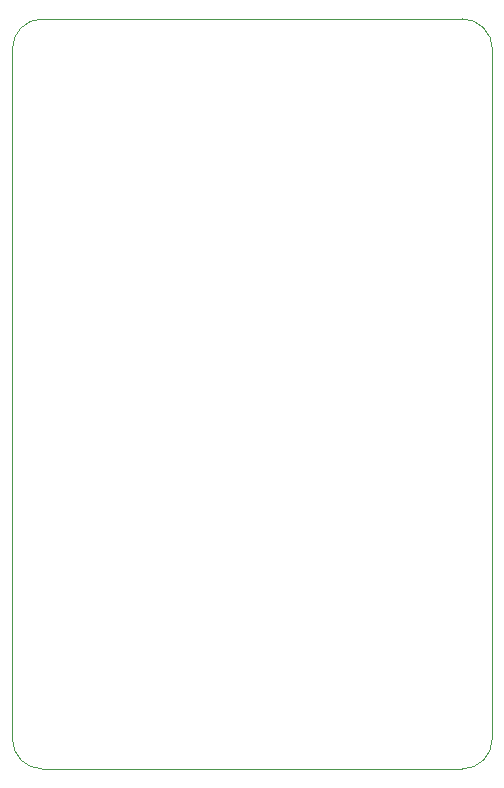
<source format=gbr>
G04 #@! TF.GenerationSoftware,KiCad,Pcbnew,(5.1.5)-3*
G04 #@! TF.CreationDate,2020-04-05T22:09:58+02:00*
G04 #@! TF.ProjectId,DrSquigglesController,44725371-7569-4676-976c-6573436f6e74,rev?*
G04 #@! TF.SameCoordinates,Original*
G04 #@! TF.FileFunction,Profile,NP*
%FSLAX46Y46*%
G04 Gerber Fmt 4.6, Leading zero omitted, Abs format (unit mm)*
G04 Created by KiCad (PCBNEW (5.1.5)-3) date 2020-04-05 22:09:58*
%MOMM*%
%LPD*%
G04 APERTURE LIST*
%ADD10C,0.050000*%
G04 APERTURE END LIST*
D10*
X104140000Y-59690000D02*
X104140000Y-63500000D01*
X144780000Y-59690000D02*
X144780000Y-63500000D01*
X144780000Y-58420000D02*
X144780000Y-59690000D01*
X104140000Y-58420000D02*
X104140000Y-59690000D01*
X104140000Y-63500000D02*
X104140000Y-116840000D01*
X142240000Y-55880000D02*
X106680000Y-55880000D01*
X144780000Y-116840000D02*
X144780000Y-63500000D01*
X106680000Y-119380000D02*
X142240000Y-119380000D01*
X106680000Y-119380000D02*
G75*
G02X104140000Y-116840000I0J2540000D01*
G01*
X144780000Y-116840000D02*
G75*
G02X142240000Y-119380000I-2540000J0D01*
G01*
X142240000Y-55880000D02*
G75*
G02X144780000Y-58420000I0J-2540000D01*
G01*
X104140000Y-58420000D02*
G75*
G02X106680000Y-55880000I2540000J0D01*
G01*
M02*

</source>
